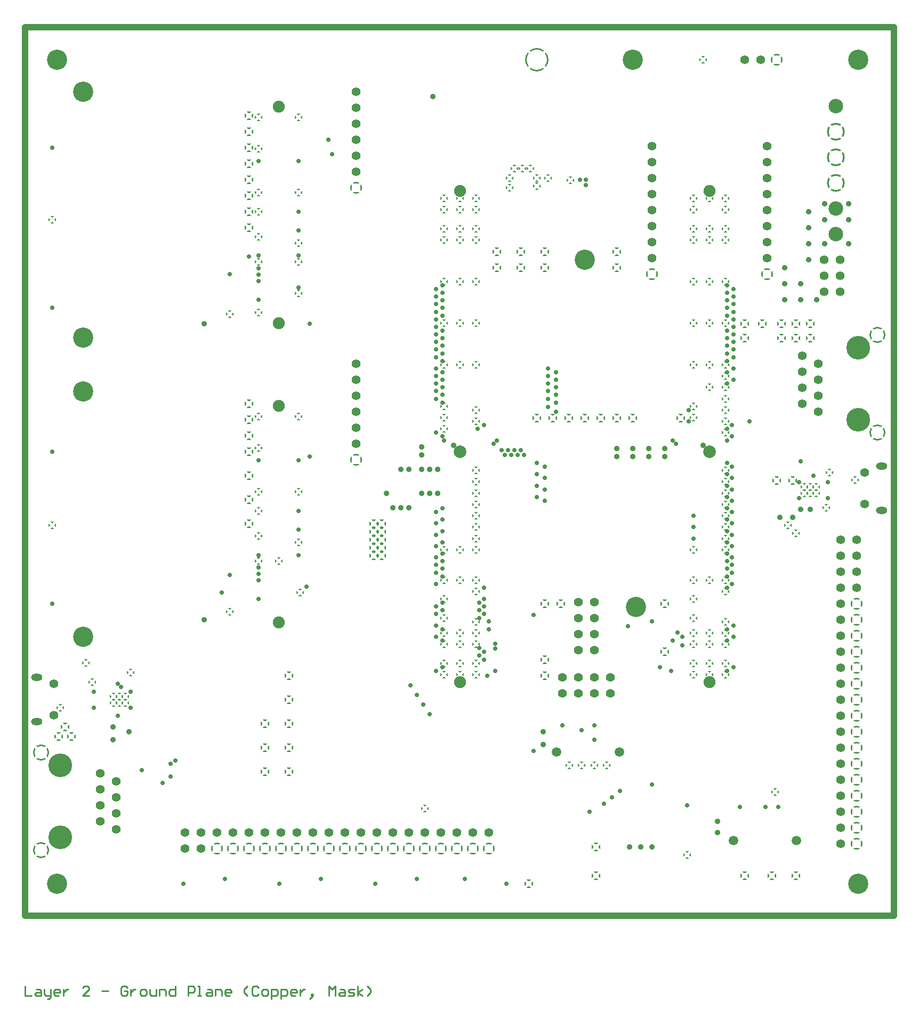
<source format=gbr>
G04 Layer_Physical_Order=2*
G04 Layer_Color=32768*
%FSLAX24Y24*%
%MOIN*%
%TF.FileFunction,Copper,L2,Inr,Plane*%
%TF.Part,Single*%
G01*
G75*
%TA.AperFunction,NonConductor*%
%ADD45C,0.0100*%
%ADD63C,0.0400*%
%TA.AperFunction,ViaPad*%
%ADD64C,0.1263*%
%TA.AperFunction,ComponentPad*%
%ADD65C,0.0554*%
G04:AMPARAMS|DCode=66|XSize=75.433mil|YSize=75.433mil|CornerRadius=0mil|HoleSize=0mil|Usage=FLASHONLY|Rotation=0.000|XOffset=0mil|YOffset=0mil|HoleType=Round|Shape=Relief|Width=18mil|Gap=10mil|Entries=4|*
%AMTHD66*
7,0,0,0.0754,0.0554,0.0180,45*
%
%ADD66THD66*%
G04:AMPARAMS|DCode=67|XSize=102mil|YSize=102mil|CornerRadius=0mil|HoleSize=0mil|Usage=FLASHONLY|Rotation=0.000|XOffset=0mil|YOffset=0mil|HoleType=Round|Shape=Relief|Width=18mil|Gap=10mil|Entries=4|*
%AMTHD67*
7,0,0,0.1020,0.0820,0.0180,45*
%
%ADD67THD67*%
%ADD68C,0.1480*%
%ADD69C,0.0751*%
%ADD70C,0.0791*%
%ADD71C,0.0594*%
%ADD72O,0.0712X0.0436*%
%ADD73C,0.0909*%
G04:AMPARAMS|DCode=74|XSize=110.866mil|YSize=110.866mil|CornerRadius=0mil|HoleSize=0mil|Usage=FLASHONLY|Rotation=0.000|XOffset=0mil|YOffset=0mil|HoleType=Round|Shape=Relief|Width=18mil|Gap=10mil|Entries=4|*
%AMTHD74*
7,0,0,0.1109,0.0909,0.0180,45*
%
%ADD74THD74*%
%TA.AperFunction,ViaPad*%
G04:AMPARAMS|DCode=75|XSize=56mil|YSize=56mil|CornerRadius=0mil|HoleSize=0mil|Usage=FLASHONLY|Rotation=0.000|XOffset=0mil|YOffset=0mil|HoleType=Round|Shape=Relief|Width=18mil|Gap=10mil|Entries=4|*
%AMTHD75*
7,0,0,0.0560,0.0360,0.0180,45*
%
%ADD75THD75*%
%ADD76C,0.0360*%
G04:AMPARAMS|DCode=77|XSize=48mil|YSize=48mil|CornerRadius=0mil|HoleSize=0mil|Usage=FLASHONLY|Rotation=0.000|XOffset=0mil|YOffset=0mil|HoleType=Round|Shape=Relief|Width=18mil|Gap=10mil|Entries=4|*
%AMTHD77*
7,0,0,0.0480,0.0280,0.0180,45*
%
%ADD77THD77*%
%ADD78C,0.0280*%
G04:AMPARAMS|DCode=79|XSize=146.299mil|YSize=146.299mil|CornerRadius=0mil|HoleSize=0mil|Usage=FLASHONLY|Rotation=0.000|XOffset=0mil|YOffset=0mil|HoleType=Round|Shape=Relief|Width=18mil|Gap=10mil|Entries=4|*
%AMTHD79*
7,0,0,0.1463,0.1263,0.0180,45*
%
%ADD79THD79*%
%ADD80C,0.1263*%
D45*
X0Y-4400D02*
Y-5000D01*
X400D01*
X700Y-4600D02*
X900D01*
X1000Y-4700D01*
Y-5000D01*
X700D01*
X600Y-4900D01*
X700Y-4800D01*
X1000D01*
X1200Y-4600D02*
Y-4900D01*
X1300Y-5000D01*
X1599D01*
Y-5100D01*
X1500Y-5200D01*
X1400D01*
X1599Y-5000D02*
Y-4600D01*
X2099Y-5000D02*
X1899D01*
X1799Y-4900D01*
Y-4700D01*
X1899Y-4600D01*
X2099D01*
X2199Y-4700D01*
Y-4800D01*
X1799D01*
X2399Y-4600D02*
Y-5000D01*
Y-4800D01*
X2499Y-4700D01*
X2599Y-4600D01*
X2699D01*
X3999Y-5000D02*
X3599D01*
X3999Y-4600D01*
Y-4500D01*
X3899Y-4400D01*
X3699D01*
X3599Y-4500D01*
X4798Y-4700D02*
X5198D01*
X6398Y-4500D02*
X6298Y-4400D01*
X6098D01*
X5998Y-4500D01*
Y-4900D01*
X6098Y-5000D01*
X6298D01*
X6398Y-4900D01*
Y-4700D01*
X6198D01*
X6598Y-4600D02*
Y-5000D01*
Y-4800D01*
X6698Y-4700D01*
X6798Y-4600D01*
X6898D01*
X7298Y-5000D02*
X7498D01*
X7598Y-4900D01*
Y-4700D01*
X7498Y-4600D01*
X7298D01*
X7198Y-4700D01*
Y-4900D01*
X7298Y-5000D01*
X7797Y-4600D02*
Y-4900D01*
X7897Y-5000D01*
X8197D01*
Y-4600D01*
X8397Y-5000D02*
Y-4600D01*
X8697D01*
X8797Y-4700D01*
Y-5000D01*
X9397Y-4400D02*
Y-5000D01*
X9097D01*
X8997Y-4900D01*
Y-4700D01*
X9097Y-4600D01*
X9397D01*
X10197Y-5000D02*
Y-4400D01*
X10497D01*
X10597Y-4500D01*
Y-4700D01*
X10497Y-4800D01*
X10197D01*
X10797Y-5000D02*
X10996D01*
X10896D01*
Y-4400D01*
X10797D01*
X11396Y-4600D02*
X11596D01*
X11696Y-4700D01*
Y-5000D01*
X11396D01*
X11296Y-4900D01*
X11396Y-4800D01*
X11696D01*
X11896Y-5000D02*
Y-4600D01*
X12196D01*
X12296Y-4700D01*
Y-5000D01*
X12796D02*
X12596D01*
X12496Y-4900D01*
Y-4700D01*
X12596Y-4600D01*
X12796D01*
X12896Y-4700D01*
Y-4800D01*
X12496D01*
X13896Y-5000D02*
X13696Y-4800D01*
Y-4600D01*
X13896Y-4400D01*
X14595Y-4500D02*
X14495Y-4400D01*
X14295D01*
X14195Y-4500D01*
Y-4900D01*
X14295Y-5000D01*
X14495D01*
X14595Y-4900D01*
X14895Y-5000D02*
X15095D01*
X15195Y-4900D01*
Y-4700D01*
X15095Y-4600D01*
X14895D01*
X14795Y-4700D01*
Y-4900D01*
X14895Y-5000D01*
X15395Y-5200D02*
Y-4600D01*
X15695D01*
X15795Y-4700D01*
Y-4900D01*
X15695Y-5000D01*
X15395D01*
X15995Y-5200D02*
Y-4600D01*
X16295D01*
X16395Y-4700D01*
Y-4900D01*
X16295Y-5000D01*
X15995D01*
X16895D02*
X16695D01*
X16595Y-4900D01*
Y-4700D01*
X16695Y-4600D01*
X16895D01*
X16995Y-4700D01*
Y-4800D01*
X16595D01*
X17194Y-4600D02*
Y-5000D01*
Y-4800D01*
X17294Y-4700D01*
X17394Y-4600D01*
X17494D01*
X17894Y-5100D02*
X17994Y-5000D01*
Y-4900D01*
X17894D01*
Y-5000D01*
X17994D01*
X17894Y-5100D01*
X17794Y-5200D01*
X18994Y-5000D02*
Y-4400D01*
X19194Y-4600D01*
X19394Y-4400D01*
Y-5000D01*
X19694Y-4600D02*
X19894D01*
X19994Y-4700D01*
Y-5000D01*
X19694D01*
X19594Y-4900D01*
X19694Y-4800D01*
X19994D01*
X20193Y-5000D02*
X20493D01*
X20593Y-4900D01*
X20493Y-4800D01*
X20293D01*
X20193Y-4700D01*
X20293Y-4600D01*
X20593D01*
X20793Y-5000D02*
Y-4400D01*
Y-4800D02*
X21093Y-4600D01*
X20793Y-4800D02*
X21093Y-5000D01*
X21393D02*
X21593Y-4800D01*
Y-4600D01*
X21393Y-4400D01*
D63*
X-0Y55512D02*
X0Y0D01*
X-0Y55512D02*
X54331Y55512D01*
X54331Y-0D02*
X54331Y55512D01*
X0Y0D02*
X54331Y-0D01*
D64*
X38200Y19300D02*
D03*
X52100Y2000D02*
D03*
X2000D02*
D03*
Y53500D02*
D03*
X52100D02*
D03*
X35000Y41000D02*
D03*
X38000Y53500D02*
D03*
D65*
X39200Y41100D02*
D03*
Y48100D02*
D03*
Y47100D02*
D03*
Y46100D02*
D03*
Y45100D02*
D03*
Y44100D02*
D03*
Y43100D02*
D03*
Y42100D02*
D03*
X20700Y51500D02*
D03*
Y50500D02*
D03*
Y49500D02*
D03*
Y48500D02*
D03*
Y46500D02*
D03*
Y47500D02*
D03*
X51000Y23500D02*
D03*
X52000D02*
D03*
X51000Y22500D02*
D03*
X52000D02*
D03*
X51000Y21500D02*
D03*
X52000D02*
D03*
X51000Y20500D02*
D03*
X52000D02*
D03*
X51000Y19500D02*
D03*
Y18500D02*
D03*
Y17500D02*
D03*
Y16500D02*
D03*
Y15500D02*
D03*
Y14500D02*
D03*
Y13500D02*
D03*
Y12500D02*
D03*
Y11500D02*
D03*
Y10500D02*
D03*
Y9500D02*
D03*
Y8500D02*
D03*
Y7500D02*
D03*
Y6500D02*
D03*
Y5500D02*
D03*
Y4500D02*
D03*
X35600Y16600D02*
D03*
X34600D02*
D03*
X35600Y17600D02*
D03*
X34600D02*
D03*
X35600Y18600D02*
D03*
X34600D02*
D03*
X35600Y19600D02*
D03*
X34600D02*
D03*
X4700Y8900D02*
D03*
X5700Y8400D02*
D03*
X4700Y7900D02*
D03*
X5700Y7400D02*
D03*
X4700Y6900D02*
D03*
X5700Y6400D02*
D03*
X4700Y5900D02*
D03*
X5700Y5400D02*
D03*
X48600Y35000D02*
D03*
X49600Y34500D02*
D03*
X48600Y34000D02*
D03*
X49600Y33500D02*
D03*
X48600Y33000D02*
D03*
X49600Y32500D02*
D03*
X48600Y32000D02*
D03*
X49600Y31500D02*
D03*
X46000Y53500D02*
D03*
X45000D02*
D03*
X20700Y34500D02*
D03*
Y33500D02*
D03*
Y32500D02*
D03*
Y31500D02*
D03*
Y29500D02*
D03*
Y30500D02*
D03*
X46400Y41100D02*
D03*
Y48100D02*
D03*
Y47100D02*
D03*
Y46100D02*
D03*
Y45100D02*
D03*
Y44100D02*
D03*
Y43100D02*
D03*
Y42100D02*
D03*
X29000Y5200D02*
D03*
X28000D02*
D03*
X27000D02*
D03*
X26000D02*
D03*
X25000D02*
D03*
X24000D02*
D03*
X23000D02*
D03*
X22000D02*
D03*
X21000D02*
D03*
X20000D02*
D03*
X19000D02*
D03*
X18000D02*
D03*
X17000D02*
D03*
X16000D02*
D03*
X15000D02*
D03*
X14000D02*
D03*
X13000D02*
D03*
X12000D02*
D03*
X11000D02*
D03*
Y4200D02*
D03*
X10000Y5200D02*
D03*
Y4200D02*
D03*
X36600Y14900D02*
D03*
Y13900D02*
D03*
X35600Y14900D02*
D03*
Y13900D02*
D03*
X34600Y14900D02*
D03*
Y13900D02*
D03*
X33600Y14900D02*
D03*
Y13900D02*
D03*
X1800Y14484D02*
D03*
Y12516D02*
D03*
X52500Y27684D02*
D03*
Y25716D02*
D03*
X49950Y39000D02*
D03*
X50950D02*
D03*
X49950Y40000D02*
D03*
X50950D02*
D03*
X49950Y41000D02*
D03*
X50950D02*
D03*
D66*
X39200Y40100D02*
D03*
X20700Y45500D02*
D03*
X52000Y19500D02*
D03*
Y18500D02*
D03*
Y17500D02*
D03*
Y16500D02*
D03*
Y15500D02*
D03*
Y14500D02*
D03*
Y13500D02*
D03*
Y12500D02*
D03*
Y11500D02*
D03*
Y10500D02*
D03*
Y9500D02*
D03*
Y8500D02*
D03*
Y7500D02*
D03*
Y6500D02*
D03*
Y5500D02*
D03*
Y4500D02*
D03*
X47000Y53500D02*
D03*
X20700Y28500D02*
D03*
X46400Y40100D02*
D03*
X29000Y4200D02*
D03*
X28000D02*
D03*
X27000D02*
D03*
X26000D02*
D03*
X25000D02*
D03*
X24000D02*
D03*
X23000D02*
D03*
X22000D02*
D03*
X21000D02*
D03*
X20000D02*
D03*
X19000D02*
D03*
X18000D02*
D03*
X17000D02*
D03*
X16000D02*
D03*
X15000D02*
D03*
X14000D02*
D03*
X13000D02*
D03*
X12000D02*
D03*
D67*
X1000Y10200D02*
D03*
Y4100D02*
D03*
X53300Y36300D02*
D03*
Y30200D02*
D03*
D68*
X2200Y9400D02*
D03*
Y4900D02*
D03*
X52100Y35500D02*
D03*
Y31000D02*
D03*
D69*
X15850Y18326D02*
D03*
Y31869D02*
D03*
Y50574D02*
D03*
Y37031D02*
D03*
X42800Y45299D02*
D03*
Y14591D02*
D03*
X27200D02*
D03*
Y45299D02*
D03*
D70*
X42800Y29000D02*
D03*
X27200D02*
D03*
D71*
X37169Y10239D02*
D03*
X33231D02*
D03*
X44294Y4700D02*
D03*
X48231D02*
D03*
D72*
X737Y12122D02*
D03*
Y14878D02*
D03*
X53563Y25322D02*
D03*
Y28078D02*
D03*
D73*
X50700Y50600D02*
D03*
Y44200D02*
D03*
Y42600D02*
D03*
D74*
Y49000D02*
D03*
Y47400D02*
D03*
Y45800D02*
D03*
D75*
X47000Y27200D02*
D03*
X49100Y36100D02*
D03*
Y37000D02*
D03*
X47300Y36100D02*
D03*
X48200Y37000D02*
D03*
X45000Y36100D02*
D03*
X31500Y2000D02*
D03*
X41000Y31100D02*
D03*
X21800Y24500D02*
D03*
X22300D02*
D03*
X21800Y24000D02*
D03*
X22300D02*
D03*
Y23500D02*
D03*
X21800D02*
D03*
Y23000D02*
D03*
X22300D02*
D03*
X21800Y22500D02*
D03*
X22300D02*
D03*
X38000Y31100D02*
D03*
X37000D02*
D03*
X36000D02*
D03*
X35000D02*
D03*
X34000D02*
D03*
X33000D02*
D03*
X32000D02*
D03*
X46100Y37000D02*
D03*
X47300D02*
D03*
X45000D02*
D03*
X48200Y36100D02*
D03*
X48000Y27200D02*
D03*
X45000Y2500D02*
D03*
X46700D02*
D03*
X48200D02*
D03*
X14000Y24500D02*
D03*
Y26000D02*
D03*
Y27500D02*
D03*
Y29000D02*
D03*
Y30000D02*
D03*
Y31000D02*
D03*
Y32000D02*
D03*
Y43000D02*
D03*
Y44000D02*
D03*
Y45000D02*
D03*
Y46000D02*
D03*
Y47000D02*
D03*
Y48000D02*
D03*
Y49000D02*
D03*
Y50000D02*
D03*
X35700Y2500D02*
D03*
Y4300D02*
D03*
X16500Y15000D02*
D03*
Y13500D02*
D03*
Y12000D02*
D03*
Y10500D02*
D03*
Y9000D02*
D03*
X15000Y12000D02*
D03*
Y10500D02*
D03*
Y9000D02*
D03*
X32500Y19500D02*
D03*
X33500D02*
D03*
X40000D02*
D03*
Y16500D02*
D03*
X29500Y41500D02*
D03*
Y40500D02*
D03*
X31000Y41500D02*
D03*
Y40500D02*
D03*
X32500Y41500D02*
D03*
Y40500D02*
D03*
X37000Y41500D02*
D03*
Y40500D02*
D03*
X32500Y16000D02*
D03*
Y15000D02*
D03*
X2500Y11800D02*
D03*
X2900Y11200D02*
D03*
X2100D02*
D03*
D76*
X47200Y24900D02*
D03*
X24800Y26400D02*
D03*
X25300D02*
D03*
X25800D02*
D03*
X22600D02*
D03*
X23000Y25500D02*
D03*
X23500D02*
D03*
X24000D02*
D03*
X25800Y27900D02*
D03*
X25300D02*
D03*
X24800D02*
D03*
X24000D02*
D03*
X23500D02*
D03*
X24800Y28800D02*
D03*
Y29300D02*
D03*
X40000Y28700D02*
D03*
X39000D02*
D03*
X38000D02*
D03*
Y29200D02*
D03*
X39000D02*
D03*
X40000D02*
D03*
X37000D02*
D03*
Y28700D02*
D03*
X42400Y29400D02*
D03*
X26800D02*
D03*
X47500Y38500D02*
D03*
X49500D02*
D03*
X48500D02*
D03*
X49000Y42000D02*
D03*
X48500Y39500D02*
D03*
X47500D02*
D03*
Y40500D02*
D03*
X49000Y41000D02*
D03*
Y43000D02*
D03*
Y44000D02*
D03*
X50000Y43500D02*
D03*
X51500D02*
D03*
Y42000D02*
D03*
X50000D02*
D03*
Y44500D02*
D03*
X51500D02*
D03*
X48000Y24900D02*
D03*
X49100Y25400D02*
D03*
X48500D02*
D03*
X11200Y18500D02*
D03*
Y37000D02*
D03*
X25500Y51200D02*
D03*
X37800Y4300D02*
D03*
X38500D02*
D03*
X39200D02*
D03*
X43300Y5900D02*
D03*
Y5200D02*
D03*
X32400Y11500D02*
D03*
Y10700D02*
D03*
X5500Y11800D02*
D03*
Y11000D02*
D03*
X6500Y11500D02*
D03*
D77*
X6600Y15200D02*
D03*
X42400Y53500D02*
D03*
X42800Y33016D02*
D03*
X43800Y27819D02*
D03*
Y27110D02*
D03*
Y26402D02*
D03*
Y25693D02*
D03*
Y24984D02*
D03*
Y24276D02*
D03*
Y23567D02*
D03*
Y22858D02*
D03*
X41800Y22858D02*
D03*
Y31126D02*
D03*
Y31835D02*
D03*
X43800Y30181D02*
D03*
Y30890D02*
D03*
Y31598D02*
D03*
Y32307D02*
D03*
Y33016D02*
D03*
Y33724D02*
D03*
X2200Y12988D02*
D03*
X4200Y14600D02*
D03*
X3800Y15800D02*
D03*
X43800Y34433D02*
D03*
Y44827D02*
D03*
X42800D02*
D03*
X41800D02*
D03*
X43800Y44118D02*
D03*
X41800D02*
D03*
X43800Y42937D02*
D03*
X41800D02*
D03*
X42800D02*
D03*
X41800Y42228D02*
D03*
X42800D02*
D03*
X43800D02*
D03*
Y39630D02*
D03*
X42800D02*
D03*
X41800D02*
D03*
X26200Y44827D02*
D03*
X28200D02*
D03*
X27200D02*
D03*
X28200Y44118D02*
D03*
X27200D02*
D03*
X26200D02*
D03*
X28200Y42937D02*
D03*
X27200D02*
D03*
X26200D02*
D03*
Y42228D02*
D03*
X27200D02*
D03*
X28200D02*
D03*
X27200Y39630D02*
D03*
X28200D02*
D03*
X41800Y37032D02*
D03*
X42800D02*
D03*
X43800D02*
D03*
X42800Y34433D02*
D03*
X41800D02*
D03*
X28200D02*
D03*
X27200D02*
D03*
X26200D02*
D03*
X28200Y37032D02*
D03*
X27200D02*
D03*
X26200D02*
D03*
Y39630D02*
D03*
X43800Y18370D02*
D03*
X41800Y18606D02*
D03*
Y19787D02*
D03*
X43800Y20260D02*
D03*
X42800Y20969D02*
D03*
X43800D02*
D03*
X41800D02*
D03*
X43800Y15063D02*
D03*
X41800D02*
D03*
X42800D02*
D03*
Y15772D02*
D03*
X43800D02*
D03*
X41800D02*
D03*
X43800Y17661D02*
D03*
X42800D02*
D03*
X41800D02*
D03*
X42800Y16953D02*
D03*
X41800D02*
D03*
X43800D02*
D03*
X41400Y3800D02*
D03*
X36381Y9400D02*
D03*
X35594D02*
D03*
X34806D02*
D03*
X34019D02*
D03*
X28200Y27819D02*
D03*
Y27110D02*
D03*
X28198Y26402D02*
D03*
X28200Y25693D02*
D03*
Y24984D02*
D03*
Y24276D02*
D03*
Y23567D02*
D03*
X26200Y22858D02*
D03*
X28200Y22858D02*
D03*
X27200Y22858D02*
D03*
X26200Y20969D02*
D03*
X27200D02*
D03*
X28200D02*
D03*
Y20260D02*
D03*
X26200Y19787D02*
D03*
Y18606D02*
D03*
X28200Y18370D02*
D03*
X26200Y17661D02*
D03*
X28200D02*
D03*
X27200D02*
D03*
X26200Y16953D02*
D03*
X28200D02*
D03*
X27200D02*
D03*
X28200Y15063D02*
D03*
X26200D02*
D03*
X27200D02*
D03*
X28200Y15772D02*
D03*
X27200D02*
D03*
X26200D02*
D03*
X30300Y46100D02*
D03*
Y45500D02*
D03*
X32000Y45600D02*
D03*
Y46100D02*
D03*
X32700D02*
D03*
X30600Y46700D02*
D03*
X31100D02*
D03*
X31600D02*
D03*
X26200Y30417D02*
D03*
Y31126D02*
D03*
Y31835D02*
D03*
X14600Y49905D02*
D03*
X17100D02*
D03*
X14600Y37700D02*
D03*
X17100Y38881D02*
D03*
X14600Y40850D02*
D03*
X17100D02*
D03*
Y42031D02*
D03*
X14600Y42424D02*
D03*
Y44000D02*
D03*
Y45180D02*
D03*
X17100D02*
D03*
X14600Y47936D02*
D03*
Y31200D02*
D03*
X17100D02*
D03*
X14600Y29232D02*
D03*
Y26476D02*
D03*
X17100D02*
D03*
X14600Y25294D02*
D03*
Y23720D02*
D03*
X17100Y23326D02*
D03*
X14600Y22145D02*
D03*
X1700Y43500D02*
D03*
X12800Y19000D02*
D03*
X15850Y22145D02*
D03*
X28200Y31600D02*
D03*
Y30890D02*
D03*
X51900Y27212D02*
D03*
X50300Y27700D02*
D03*
X17200Y20176D02*
D03*
X48200Y23900D02*
D03*
X47700Y24400D02*
D03*
X50100Y25500D02*
D03*
X12800Y37600D02*
D03*
X1700Y24400D02*
D03*
X34100Y45974D02*
D03*
X25000Y6700D02*
D03*
X46900Y7725D02*
D03*
X49100Y26797D02*
D03*
X49454D02*
D03*
Y26403D02*
D03*
X49100D02*
D03*
X48746Y26797D02*
D03*
Y26403D02*
D03*
X6254Y13697D02*
D03*
Y13303D02*
D03*
X5900Y13697D02*
D03*
X5546D02*
D03*
Y13303D02*
D03*
X5900D02*
D03*
D78*
X14600Y40062D02*
D03*
X18953Y48500D02*
D03*
X41500Y31600D02*
D03*
Y30890D02*
D03*
X24100Y14400D02*
D03*
X24500Y13800D02*
D03*
X24900Y13200D02*
D03*
X25300Y12600D02*
D03*
X31800Y10300D02*
D03*
Y18800D02*
D03*
X36700Y7400D02*
D03*
X37200Y7800D02*
D03*
X39200Y8200D02*
D03*
X14000Y41200D02*
D03*
X28700Y16008D02*
D03*
X28400Y16244D02*
D03*
X28700Y16480D02*
D03*
X28400Y16717D02*
D03*
X5811Y14500D02*
D03*
X5989Y14300D02*
D03*
X5811Y12500D02*
D03*
X4300Y13000D02*
D03*
Y14000D02*
D03*
X43900Y20496D02*
D03*
X28700D02*
D03*
X44200Y20732D02*
D03*
X43900Y21205D02*
D03*
X44200Y21441D02*
D03*
X43900Y21677D02*
D03*
X44200Y21913D02*
D03*
X43900Y22150D02*
D03*
X44200Y22386D02*
D03*
X43900Y22622D02*
D03*
X44200Y23094D02*
D03*
X43900Y23331D02*
D03*
X44200Y23803D02*
D03*
X43900Y24039D02*
D03*
X44200Y24512D02*
D03*
X43900Y24748D02*
D03*
X44200Y25220D02*
D03*
X43900Y25457D02*
D03*
X25700Y20732D02*
D03*
X26100Y21205D02*
D03*
X25700Y21441D02*
D03*
X26100Y21677D02*
D03*
X25700Y21913D02*
D03*
X26100Y22150D02*
D03*
X25700Y22386D02*
D03*
X26100Y22622D02*
D03*
X25700Y23094D02*
D03*
X26100Y23331D02*
D03*
X25700Y23803D02*
D03*
X26100Y24039D02*
D03*
X25700Y24512D02*
D03*
X26100Y24748D02*
D03*
X25700Y25220D02*
D03*
X26100Y25457D02*
D03*
X44200Y25929D02*
D03*
X43900Y26165D02*
D03*
X44200Y26638D02*
D03*
X43900Y26874D02*
D03*
X44200Y27346D02*
D03*
X43900Y27583D02*
D03*
X44200Y28055D02*
D03*
X40700Y29500D02*
D03*
X29300D02*
D03*
X43900Y28291D02*
D03*
Y34669D02*
D03*
Y33961D02*
D03*
X44300Y34197D02*
D03*
X33200Y31500D02*
D03*
X40500Y29700D02*
D03*
X29500D02*
D03*
X43900Y29709D02*
D03*
X44200Y29945D02*
D03*
X44300Y36795D02*
D03*
X43900Y36559D02*
D03*
X44300Y36323D02*
D03*
X43900Y36087D02*
D03*
X44300Y35850D02*
D03*
X43900Y35614D02*
D03*
X44300Y35378D02*
D03*
X43900Y35142D02*
D03*
X44300Y34906D02*
D03*
X26100Y34669D02*
D03*
X25700Y34906D02*
D03*
X26100Y35142D02*
D03*
X25700Y35378D02*
D03*
X26100Y35614D02*
D03*
X25700Y35850D02*
D03*
X26100Y36087D02*
D03*
X25700Y36323D02*
D03*
X26100Y36559D02*
D03*
X25700Y36795D02*
D03*
Y37268D02*
D03*
X26100Y37504D02*
D03*
X25700Y37740D02*
D03*
X26100Y37976D02*
D03*
X25700Y38213D02*
D03*
X26100Y38449D02*
D03*
X44300Y37268D02*
D03*
X43900Y37504D02*
D03*
X44300Y37740D02*
D03*
X43900Y37976D02*
D03*
X44300Y38213D02*
D03*
X43900Y38449D02*
D03*
X44300Y38685D02*
D03*
X43900Y38921D02*
D03*
X44300Y39157D02*
D03*
X43900Y39394D02*
D03*
X25700Y38685D02*
D03*
X26100Y38921D02*
D03*
X25700Y39157D02*
D03*
X26100Y39394D02*
D03*
X47100Y6800D02*
D03*
X46300D02*
D03*
X44700D02*
D03*
X40500Y17189D02*
D03*
X40800Y17700D02*
D03*
X41400Y6900D02*
D03*
X28400Y19551D02*
D03*
X36200Y7000D02*
D03*
X35300Y6500D02*
D03*
X28700Y19787D02*
D03*
Y19315D02*
D03*
X28400Y19079D02*
D03*
X28700Y18843D02*
D03*
X28400Y18606D02*
D03*
X29400Y17000D02*
D03*
Y16700D02*
D03*
Y15300D02*
D03*
X28900Y15000D02*
D03*
X39700Y15535D02*
D03*
X40400Y15300D02*
D03*
X44300Y15535D02*
D03*
X43900Y15299D02*
D03*
X25700Y15299D02*
D03*
X33600Y11900D02*
D03*
X35600D02*
D03*
X34800Y11600D02*
D03*
X26100Y15535D02*
D03*
X35600Y11000D02*
D03*
X39200Y18400D02*
D03*
X37700Y18100D02*
D03*
X43900Y17898D02*
D03*
X44300Y18134D02*
D03*
X29000Y17900D02*
D03*
Y18400D02*
D03*
X25700Y18134D02*
D03*
X26100Y17898D02*
D03*
Y17189D02*
D03*
X25700Y17425D02*
D03*
X43900Y17189D02*
D03*
X44300Y17425D02*
D03*
X41100Y16900D02*
D03*
Y17425D02*
D03*
X34700Y46000D02*
D03*
X35050Y45650D02*
D03*
Y46000D02*
D03*
X26100Y33961D02*
D03*
X25700Y33724D02*
D03*
X26100Y33488D02*
D03*
X25700Y33252D02*
D03*
X26100Y33016D02*
D03*
X25700Y32780D02*
D03*
X26100Y32543D02*
D03*
X25700Y32307D02*
D03*
X26100Y32071D02*
D03*
X32700Y34197D02*
D03*
X33200Y33961D02*
D03*
X32700Y33724D02*
D03*
Y33252D02*
D03*
Y32780D02*
D03*
X33200Y32543D02*
D03*
Y33016D02*
D03*
Y33488D02*
D03*
X32700Y32307D02*
D03*
X33200Y32071D02*
D03*
X25700Y30181D02*
D03*
X26100Y29945D02*
D03*
X32700Y31800D02*
D03*
X28300Y30417D02*
D03*
X28700Y30654D02*
D03*
X43900Y30417D02*
D03*
X44200Y30654D02*
D03*
X14600Y38487D02*
D03*
X17100Y39275D02*
D03*
X14600Y39669D02*
D03*
X17100Y42818D02*
D03*
Y43999D02*
D03*
X14600Y47149D02*
D03*
X17100D02*
D03*
X19200Y47600D02*
D03*
X14600Y41243D02*
D03*
Y40456D02*
D03*
X12800Y40100D02*
D03*
X29800Y29100D02*
D03*
X30000Y28800D02*
D03*
X30200Y29100D02*
D03*
X30400Y28800D02*
D03*
X30600Y29100D02*
D03*
X30800Y28800D02*
D03*
X14600Y28444D02*
D03*
X17100D02*
D03*
Y25294D02*
D03*
Y24113D02*
D03*
X14600Y22539D02*
D03*
Y20964D02*
D03*
Y21751D02*
D03*
Y21357D02*
D03*
X17800Y37000D02*
D03*
Y28700D02*
D03*
X17100Y41243D02*
D03*
X1700Y48000D02*
D03*
Y38000D02*
D03*
Y29000D02*
D03*
Y19500D02*
D03*
X17100Y22539D02*
D03*
X12800Y21300D02*
D03*
X25700Y34197D02*
D03*
X8600Y8300D02*
D03*
X9100Y8700D02*
D03*
Y9500D02*
D03*
X12300Y20200D02*
D03*
X9400Y9700D02*
D03*
X26100Y19551D02*
D03*
X25700Y19315D02*
D03*
X26100Y19079D02*
D03*
X25700Y18843D02*
D03*
X27500Y2300D02*
D03*
X30100Y2000D02*
D03*
X24500Y2300D02*
D03*
X21900Y2000D02*
D03*
X18500Y2300D02*
D03*
X15900Y2000D02*
D03*
X12500Y2300D02*
D03*
X9900Y2000D02*
D03*
X32000Y28291D02*
D03*
X32500Y28055D02*
D03*
X32000Y27583D02*
D03*
X32500Y27346D02*
D03*
X32000Y26874D02*
D03*
X32500Y26638D02*
D03*
X32000Y26165D02*
D03*
X32500Y25929D02*
D03*
X41800Y24984D02*
D03*
Y23567D02*
D03*
Y24276D02*
D03*
X26200Y29709D02*
D03*
X50200Y27100D02*
D03*
Y26100D02*
D03*
X48500Y28400D02*
D03*
X45300Y30900D02*
D03*
X49300Y27500D02*
D03*
X43900Y33252D02*
D03*
X44300Y33488D02*
D03*
X14600Y19783D02*
D03*
X31200Y28800D02*
D03*
X31000Y29100D02*
D03*
X7300Y9100D02*
D03*
X17600Y20570D02*
D03*
X6600Y14000D02*
D03*
Y13000D02*
D03*
X48400Y27100D02*
D03*
Y26100D02*
D03*
D79*
X32000Y53500D02*
D03*
D80*
X3645Y17420D02*
D03*
Y32775D02*
D03*
Y51480D02*
D03*
Y36125D02*
D03*
%TF.MD5,31697ffb6171b8b01e3b7474aba73b4c*%
M02*

</source>
